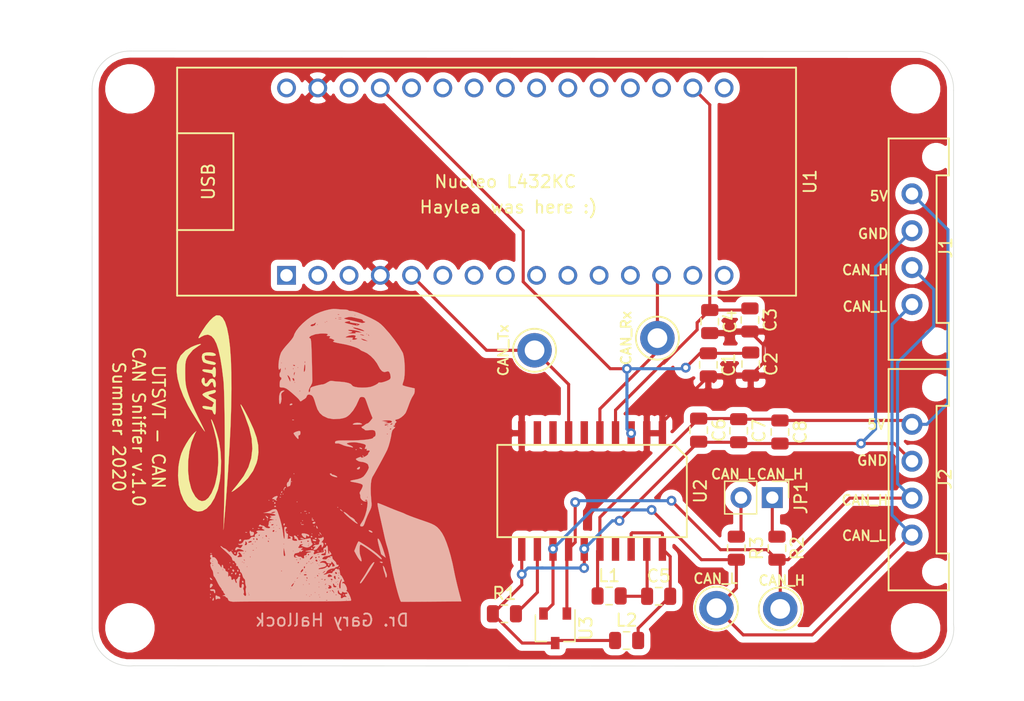
<source format=kicad_pcb>
(kicad_pcb (version 20171130) (host pcbnew "(5.1.6)-1")
  (layers (0 F.Cu signal) (31 B.Cu signal) (34 B.Paste user) (35 F.Paste user) (36 B.SilkS user) (37 F.SilkS user) (38 B.Mask user) (39 F.Mask user) (44 Edge.Cuts user))
  (net 0 "")
  (net 1 GND)
  (net 2 +5V)
  (net 3 +3V3)
  (net 4 "Net-(C5-Pad2)")
  (net 5 "Net-(C5-Pad1)")
  (net 6 "Net-(C6-Pad2)")
  (net 7 "Net-(C6-Pad1)")
  (net 8 /CAN_H)
  (net 9 /CAN_L)
  (net 10 "Net-(JP1-Pad2)")
  (net 11 "Net-(JP1-Pad1)")
  (net 12 /RSlope)
  (net 13 "Net-(U1-Pad30)")
  (net 14 "Net-(U1-Pad28)")
  (net 15 "Net-(U1-Pad26)")
  (net 16 "Net-(U1-Pad25)")
  (net 17 "Net-(U1-Pad24)")
  (net 18 "Net-(U1-Pad23)")
  (net 19 "Net-(U1-Pad22)")
  (net 20 "Net-(U1-Pad21)")
  (net 21 "Net-(U1-Pad20)")
  (net 22 "Net-(U1-Pad19)")
  (net 23 "Net-(U1-Pad18)")
  (net 24 "Net-(U1-Pad16)")
  (net 25 "Net-(U1-Pad15)")
  (net 26 "Net-(U1-Pad14)")
  (net 27 /CAN_Rx)
  (net 28 "Net-(U1-Pad12)")
  (net 29 "Net-(U1-Pad11)")
  (net 30 "Net-(U1-Pad10)")
  (net 31 "Net-(U1-Pad9)")
  (net 32 "Net-(U1-Pad8)")
  (net 33 "Net-(U1-Pad7)")
  (net 34 "Net-(U1-Pad6)")
  (net 35 /CAN_Tx)
  (net 36 "Net-(U1-Pad3)")
  (net 37 "Net-(U1-Pad2)")
  (net 38 "Net-(U1-Pad1)")
  (net 39 "Net-(U2-Pad17)")
  (net 40 "Net-(U2-Pad9)")
  (net 41 "Net-(U2-Pad8)")
  (net 42 "Net-(U2-Pad6)")
  (module TestPoint:TestPoint_Keystone_5005-5009_Compact (layer F.Cu) (at 135.7249 87.376)
    (fp_text reference TP1 hide)
    (fp_text value TestPoint)
    (pad 1 thru_hole circle (at 0 0) (size 2.8 2.8) (drill 1.6) (layers *.Cu *.Mask) (net 35 /CAN_Tx))
  )
  (module UTSVT_Special:Hallock_Image_Small (layer B.Cu) (at 120.396 95.6056 180)
    (fp_text reference G*** hide)
    (fp_text value LOGO hide)
  )
  (module UTSVT_Special:UTSVT_Logo_Symbol (layer F.Cu) (at 109.8296 92.964 270)
    (fp_text reference G*** hide)
    (fp_text value LOGO hide)
  )
  (module MountingHole:MountingHole_3mm (layer F.Cu) (at 166.6875 109.9439)
    (fp_text reference H4 hide)
    (fp_text value MountingHole)
    (pad 1 np_thru_hole circle (at 0 0) (size 3 3) (drill 3) (layers *.Cu *.Mask))
  )
  (module MountingHole:MountingHole_3mm (layer F.Cu) (at 102.8439 109.9439)
    (fp_text reference H3 hide)
    (fp_text value MountingHole)
    (pad 1 np_thru_hole circle (at 0 0) (size 3 3) (drill 3) (layers *.Cu *.Mask))
  )
  (module MountingHole:MountingHole_3mm (layer F.Cu) (at 166.6875 66.1155)
    (fp_text reference H2 hide)
    (fp_text value MountingHole)
    (pad 1 np_thru_hole circle (at 0 0) (size 3 3) (drill 3) (layers *.Cu *.Mask))
  )
  (module MountingHole:MountingHole_3mm (layer F.Cu) (at 102.8439 66.1155)
    (fp_text reference H1 hide)
    (fp_text value MountingHole)
    (pad 1 np_thru_hole circle (at 0 0) (size 3 3) (drill 3) (layers *.Cu *.Mask))
  )
  (module Capacitor_SMD:C_0805_2012Metric (layer F.Cu) (at 152.3111 93.9165 270)
    (fp_text reference C7 (at 0 -1.65 90) (layer F.SilkS))
    (fp_text value "0.1 uF")
    (pad 2 smd roundrect (at 0.9375 0 270) (size 0.975 1.4) (layers F.Cu F.Paste F.Mask) (net 6 "Net-(C6-Pad2)"))
    (pad 1 smd roundrect (at -0.9375 0 270) (size 0.975 1.4) (layers F.Cu F.Paste F.Mask) (net 7 "Net-(C6-Pad1)"))
  )
  (module TestPoint:TestPoint_Keystone_5005-5009_Compact (layer F.Cu) (at 150.5077 108.3437 270)
    (fp_text reference TP4 hide)
    (fp_text value TestPoint)
    (pad 1 thru_hole circle (at 0 0 270) (size 2.8 2.8) (drill 1.6) (layers *.Cu *.Mask) (net 9 /CAN_L))
  )
  (module TestPoint:TestPoint_Keystone_5005-5009_Compact (layer F.Cu) (at 155.6893 108.4072 270)
    (fp_text reference TP3 hide)
    (fp_text value TestPoint)
    (pad 1 thru_hole circle (at 0 0 270) (size 2.8 2.8) (drill 1.6) (layers *.Cu *.Mask) (net 8 /CAN_H))
  )
  (module TestPoint:TestPoint_Keystone_5005-5009_Compact (layer F.Cu) (at 145.7071 86.3854)
    (fp_text reference TP2 hide)
    (fp_text value TestPoint)
    (pad 1 thru_hole circle (at 0 0) (size 2.8 2.8) (drill 1.6) (layers *.Cu *.Mask) (net 27 /CAN_Rx))
  )
  (module UTSVT_Connectors:Molex_MicroFit3.0_1x4xP3.00mm_PolarizingPeg_Vertical (layer F.Cu) (at 166.3954 93.3958 270)
    (fp_text reference J2 (at 4.445 -2.6924 90) (layer F.SilkS))
    (fp_text value Conn_01x04)
    (pad "" np_thru_hole circle (at -3 -1.96 270) (size 1.27 1.27) (drill 1.27) (layers *.Cu *.Mask))
    (pad 3 thru_hole circle (at 6 0 270) (size 1.7 1.7) (drill 1.02) (layers *.Cu *.Mask) (net 8 /CAN_H))
    (pad 2 thru_hole circle (at 3 0 270) (size 1.7 1.7) (drill 1.02) (layers *.Cu *.Mask) (net 6 "Net-(C6-Pad2)"))
    (pad 1 thru_hole circle (at 0 0 270) (size 1.7 1.7) (drill 1.02) (layers *.Cu *.Mask) (net 7 "Net-(C6-Pad1)"))
    (pad "" np_thru_hole circle (at 12 -1.96 270) (size 1.27 1.27) (drill 1.27) (layers *.Cu *.Mask))
    (pad 4 thru_hole circle (at 9 0 270) (size 1.7 1.7) (drill 1.02) (layers *.Cu *.Mask) (net 9 /CAN_L))
  )
  (module Package_TO_SOT_SMD:SOT-23W (layer F.Cu) (at 137.4013 109.982 270)
    (fp_text reference U3 (at 0 -2.5 90) (layer F.SilkS))
    (fp_text value CDSOT23-T24CAN-utsvt-chips)
    (pad 3 smd rect (at 1.2 0 270) (size 1 0.7) (layers F.Cu F.Paste F.Mask) (net 6 "Net-(C6-Pad2)"))
    (pad 2 smd rect (at -1.2 0.95 270) (size 1 0.7) (layers F.Cu F.Paste F.Mask) (net 9 /CAN_L))
    (pad 1 smd rect (at -1.2 -0.95 270) (size 1 0.7) (layers F.Cu F.Paste F.Mask) (net 8 /CAN_H))
  )
  (module UTSVT_ICs:SOIC-20W_7.5x15.4mm_Pitch1.27mm (layer F.Cu) (at 140.3985 98.8187 270)
    (fp_text reference U2 (at 0 -8.8 90) (layer F.SilkS))
    (fp_text value ADM3055E-utsvt-chips)
    (pad 20 smd rect (at 4.7 -5.715 270) (size 1.95 0.6) (layers F.Cu F.Paste F.Mask) (net 4 "Net-(C5-Pad2)"))
    (pad 19 smd rect (at 4.7 -4.445 270) (size 1.95 0.6) (layers F.Cu F.Paste F.Mask) (net 5 "Net-(C5-Pad1)"))
    (pad 18 smd rect (at 4.7 -3.175 270) (size 1.95 0.6) (layers F.Cu F.Paste F.Mask) (net 4 "Net-(C5-Pad2)"))
    (pad 17 smd rect (at 4.7 -1.905 270) (size 1.95 0.6) (layers F.Cu F.Paste F.Mask) (net 39 "Net-(U2-Pad17)"))
    (pad 16 smd rect (at 4.7 -0.635 270) (size 1.95 0.6) (layers F.Cu F.Paste F.Mask) (net 7 "Net-(C6-Pad1)"))
    (pad 15 smd rect (at 4.7 0.635 270) (size 1.95 0.6) (layers F.Cu F.Paste F.Mask) (net 6 "Net-(C6-Pad2)"))
    (pad 14 smd rect (at 4.7 1.905 270) (size 1.95 0.6) (layers F.Cu F.Paste F.Mask) (net 8 /CAN_H))
    (pad 13 smd rect (at 4.7 3.175 270) (size 1.95 0.6) (layers F.Cu F.Paste F.Mask) (net 9 /CAN_L))
    (pad 12 smd rect (at 4.7 4.445 270) (size 1.95 0.6) (layers F.Cu F.Paste F.Mask) (net 12 /RSlope))
    (pad 11 smd rect (at 4.7 5.715 270) (size 1.95 0.6) (layers F.Cu F.Paste F.Mask) (net 6 "Net-(C6-Pad2)"))
    (pad 10 smd rect (at -4.7 5.715 270) (size 1.95 0.6) (layers F.Cu F.Paste F.Mask) (net 1 GND))
    (pad 9 smd rect (at -4.7 4.445 270) (size 1.95 0.6) (layers F.Cu F.Paste F.Mask) (net 40 "Net-(U2-Pad9)"))
    (pad 8 smd rect (at -4.7 3.175 270) (size 1.95 0.6) (layers F.Cu F.Paste F.Mask) (net 41 "Net-(U2-Pad8)"))
    (pad 7 smd rect (at -4.7 1.905 270) (size 1.95 0.6) (layers F.Cu F.Paste F.Mask) (net 35 /CAN_Tx))
    (pad 6 smd rect (at -4.7 0.635 270) (size 1.95 0.6) (layers F.Cu F.Paste F.Mask) (net 42 "Net-(U2-Pad6)"))
    (pad 5 smd rect (at -4.7 -0.635 270) (size 1.95 0.6) (layers F.Cu F.Paste F.Mask) (net 27 /CAN_Rx))
    (pad 4 smd rect (at -4.7 -1.905 270) (size 1.95 0.6) (layers F.Cu F.Paste F.Mask) (net 3 +3V3))
    (pad 3 smd rect (at -4.7 -3.175 270) (size 1.95 0.6) (layers F.Cu F.Paste F.Mask) (net 2 +5V))
    (pad 2 smd rect (at -4.7 -4.445 270) (size 1.95 0.6) (layers F.Cu F.Paste F.Mask) (net 1 GND))
    (pad 1 smd rect (at -4.7 -5.715 270) (size 1.95 0.6) (layers F.Cu F.Paste F.Mask) (net 1 GND))
  )
  (module UTSVT_Special:NucleoL432KC (layer F.Cu) (at 133.35 73.66)
    (fp_text reference U1 (at 24.765 0 90) (layer F.SilkS))
    (fp_text value Nucleo_L432KC-MPPT-rescue)
    (fp_text user "Nucleo L432KC" (at 0 0) (layer F.SilkS))
    (fp_text user USB (at -24.13 0 90) (layer F.SilkS))
    (pad 30 thru_hole circle (at -17.78 -7.62) (size 1.524 1.524) (drill 1.02108) (layers *.Cu *.Mask) (net 13 "Net-(U1-Pad30)"))
    (pad 29 thru_hole circle (at -15.24 -7.62) (size 1.524 1.524) (drill 1.02108) (layers *.Cu *.Mask) (net 1 GND))
    (pad 28 thru_hole circle (at -12.7 -7.62) (size 1.524 1.524) (drill 1.02108) (layers *.Cu *.Mask) (net 14 "Net-(U1-Pad28)"))
    (pad 27 thru_hole circle (at -10.16 -7.62) (size 1.524 1.524) (drill 1.02108) (layers *.Cu *.Mask) (net 2 +5V))
    (pad 26 thru_hole circle (at -7.62 -7.62) (size 1.524 1.524) (drill 1.02108) (layers *.Cu *.Mask) (net 15 "Net-(U1-Pad26)"))
    (pad 25 thru_hole circle (at -5.08 -7.62) (size 1.524 1.524) (drill 1.02108) (layers *.Cu *.Mask) (net 16 "Net-(U1-Pad25)"))
    (pad 24 thru_hole circle (at -2.54 -7.62) (size 1.524 1.524) (drill 1.02108) (layers *.Cu *.Mask) (net 17 "Net-(U1-Pad24)"))
    (pad 23 thru_hole circle (at 0 -7.62) (size 1.524 1.524) (drill 1.02108) (layers *.Cu *.Mask) (net 18 "Net-(U1-Pad23)"))
    (pad 22 thru_hole circle (at 2.54 -7.62) (size 1.524 1.524) (drill 1.02108) (layers *.Cu *.Mask) (net 19 "Net-(U1-Pad22)"))
    (pad 21 thru_hole circle (at 5.08 -7.62) (size 1.524 1.524) (drill 1.02108) (layers *.Cu *.Mask) (net 20 "Net-(U1-Pad21)"))
    (pad 20 thru_hole circle (at 7.62 -7.62) (size 1.524 1.524) (drill 1.02108) (layers *.Cu *.Mask) (net 21 "Net-(U1-Pad20)"))
    (pad 19 thru_hole circle (at 10.16 -7.62) (size 1.524 1.524) (drill 1.02108) (layers *.Cu *.Mask) (net 22 "Net-(U1-Pad19)"))
    (pad 18 thru_hole circle (at 12.7 -7.62) (size 1.524 1.524) (drill 1.02108) (layers *.Cu *.Mask) (net 23 "Net-(U1-Pad18)"))
    (pad 17 thru_hole circle (at 15.24 -7.62) (size 1.524 1.524) (drill 1.02108) (layers *.Cu *.Mask) (net 3 +3V3))
    (pad 16 thru_hole circle (at 17.78 -7.62) (size 1.524 1.524) (drill 1.02108) (layers *.Cu *.Mask) (net 24 "Net-(U1-Pad16)"))
    (pad 15 thru_hole circle (at 17.78 7.62) (size 1.524 1.524) (drill 1.02108) (layers *.Cu *.Mask) (net 25 "Net-(U1-Pad15)"))
    (pad 14 thru_hole circle (at 15.24 7.62) (size 1.524 1.524) (drill 1.02108) (layers *.Cu *.Mask) (net 26 "Net-(U1-Pad14)"))
    (pad 13 thru_hole circle (at 12.7 7.62) (size 1.524 1.524) (drill 1.02108) (layers *.Cu *.Mask) (net 27 /CAN_Rx))
    (pad 12 thru_hole circle (at 10.16 7.62) (size 1.524 1.524) (drill 1.02108) (layers *.Cu *.Mask) (net 28 "Net-(U1-Pad12)"))
    (pad 11 thru_hole circle (at 7.62 7.62) (size 1.524 1.524) (drill 1.02108) (layers *.Cu *.Mask) (net 29 "Net-(U1-Pad11)"))
    (pad 10 thru_hole circle (at 5.08 7.62) (size 1.524 1.524) (drill 1.02108) (layers *.Cu *.Mask) (net 30 "Net-(U1-Pad10)"))
    (pad 9 thru_hole circle (at 2.54 7.62) (size 1.524 1.524) (drill 1.02108) (layers *.Cu *.Mask) (net 31 "Net-(U1-Pad9)"))
    (pad 8 thru_hole circle (at 0 7.62) (size 1.524 1.524) (drill 1.02108) (layers *.Cu *.Mask) (net 32 "Net-(U1-Pad8)"))
    (pad 7 thru_hole circle (at -2.54 7.62) (size 1.524 1.524) (drill 1.02108) (layers *.Cu *.Mask) (net 33 "Net-(U1-Pad7)"))
    (pad 6 thru_hole circle (at -5.08 7.62) (size 1.524 1.524) (drill 1.02108) (layers *.Cu *.Mask) (net 34 "Net-(U1-Pad6)"))
    (pad 5 thru_hole circle (at -7.62 7.62) (size 1.524 1.524) (drill 1.02108) (layers *.Cu *.Mask) (net 35 /CAN_Tx))
    (pad 4 thru_hole circle (at -10.16 7.62) (size 1.524 1.524) (drill 1.02108) (layers *.Cu *.Mask) (net 1 GND))
    (pad 3 thru_hole circle (at -12.7 7.62) (size 1.524 1.524) (drill 1.02108) (layers *.Cu *.Mask) (net 36 "Net-(U1-Pad3)"))
    (pad 2 thru_hole circle (at -15.24 7.62) (size 1.524 1.524) (drill 1.02108) (layers *.Cu *.Mask) (net 37 "Net-(U1-Pad2)"))
    (pad 1 thru_hole rect (at -17.78 7.62) (size 1.524 1.524) (drill 1.02108) (layers *.Cu *.Mask) (net 38 "Net-(U1-Pad1)"))
  )
  (module Resistor_SMD:R_0805_2012Metric (layer F.Cu) (at 152.1206 103.4669 270)
    (fp_text reference R3 (at 0 -1.65 90) (layer F.SilkS))
    (fp_text value 60)
    (pad 2 smd roundrect (at 0.9375 0 270) (size 0.975 1.4) (layers F.Cu F.Paste F.Mask) (net 9 /CAN_L))
    (pad 1 smd roundrect (at -0.9375 0 270) (size 0.975 1.4) (layers F.Cu F.Paste F.Mask) (net 10 "Net-(JP1-Pad2)"))
  )
  (module Resistor_SMD:R_0805_2012Metric (layer F.Cu) (at 155.4226 103.4669 270)
    (fp_text reference R2 (at 0 -1.65 90) (layer F.SilkS))
    (fp_text value 60)
    (pad 2 smd roundrect (at 0.9375 0 270) (size 0.975 1.4) (layers F.Cu F.Paste F.Mask) (net 8 /CAN_H))
    (pad 1 smd roundrect (at -0.9375 0 270) (size 0.975 1.4) (layers F.Cu F.Paste F.Mask) (net 11 "Net-(JP1-Pad1)"))
  )
  (module Resistor_SMD:R_0805_2012Metric (layer F.Cu) (at 133.2738 108.8009)
    (fp_text reference R1 (at 0 -1.65) (layer F.SilkS))
    (fp_text value 0)
    (pad 2 smd roundrect (at 0.9375 0) (size 0.975 1.4) (layers F.Cu F.Paste F.Mask) (net 12 /RSlope))
    (pad 1 smd roundrect (at -0.9375 0) (size 0.975 1.4) (layers F.Cu F.Paste F.Mask) (net 6 "Net-(C6-Pad2)"))
  )
  (module Inductor_SMD:L_0805_2012Metric (layer F.Cu) (at 143.2052 110.9726)
    (fp_text reference L2 (at 0 -1.65) (layer F.SilkS))
    (fp_text value "2 kH")
    (pad 2 smd roundrect (at 0.9375 0) (size 0.975 1.4) (layers F.Cu F.Paste F.Mask) (net 4 "Net-(C5-Pad2)"))
    (pad 1 smd roundrect (at -0.9375 0) (size 0.975 1.4) (layers F.Cu F.Paste F.Mask) (net 6 "Net-(C6-Pad2)"))
  )
  (module Inductor_SMD:L_0805_2012Metric (layer F.Cu) (at 141.7828 107.3531)
    (fp_text reference L1 (at 0 -1.65) (layer F.SilkS))
    (fp_text value "2 kH")
    (pad 2 smd roundrect (at 0.9375 0) (size 0.975 1.4) (layers F.Cu F.Paste F.Mask) (net 5 "Net-(C5-Pad1)"))
    (pad 1 smd roundrect (at -0.9375 0) (size 0.975 1.4) (layers F.Cu F.Paste F.Mask) (net 7 "Net-(C6-Pad1)"))
  )
  (module Connector_PinHeader_2.54mm:PinHeader_1x02_P2.54mm_Vertical (layer F.Cu) (at 155.0416 99.3521 270)
    (fp_text reference JP1 (at 0 -2.33 90) (layer F.SilkS))
    (fp_text value Jumper_NC_Small)
    (pad 2 thru_hole oval (at 0 2.54 270) (size 1.7 1.7) (drill 1) (layers *.Cu *.Mask) (net 10 "Net-(JP1-Pad2)"))
    (pad 1 thru_hole rect (at 0 0 270) (size 1.7 1.7) (drill 1) (layers *.Cu *.Mask) (net 11 "Net-(JP1-Pad1)"))
  )
  (module UTSVT_Connectors:Molex_MicroFit3.0_1x4xP3.00mm_PolarizingPeg_Vertical (layer F.Cu) (at 166.3954 74.6506 270)
    (fp_text reference J1 (at 4.3843 -2.7432 90) (layer F.SilkS))
    (fp_text value Conn_01x04)
    (pad "" np_thru_hole circle (at -3 -1.96 270) (size 1.27 1.27) (drill 1.27) (layers *.Cu *.Mask))
    (pad 3 thru_hole circle (at 6 0 270) (size 1.7 1.7) (drill 1.02) (layers *.Cu *.Mask) (net 8 /CAN_H))
    (pad 2 thru_hole circle (at 3 0 270) (size 1.7 1.7) (drill 1.02) (layers *.Cu *.Mask) (net 6 "Net-(C6-Pad2)"))
    (pad 1 thru_hole circle (at 0 0 270) (size 1.7 1.7) (drill 1.02) (layers *.Cu *.Mask) (net 7 "Net-(C6-Pad1)"))
    (pad "" np_thru_hole circle (at 12 -1.96 270) (size 1.27 1.27) (drill 1.27) (layers *.Cu *.Mask))
    (pad 4 thru_hole circle (at 9 0 270) (size 1.7 1.7) (drill 1.02) (layers *.Cu *.Mask) (net 9 /CAN_L))
  )
  (module Capacitor_SMD:C_0805_2012Metric (layer F.Cu) (at 155.6639 94.0181 270)
    (fp_text reference C8 (at 0 -1.65 90) (layer F.SilkS))
    (fp_text value "0.01 uF")
    (pad 2 smd roundrect (at 0.9375 0 270) (size 0.975 1.4) (layers F.Cu F.Paste F.Mask) (net 6 "Net-(C6-Pad2)"))
    (pad 1 smd roundrect (at -0.9375 0 270) (size 0.975 1.4) (layers F.Cu F.Paste F.Mask) (net 7 "Net-(C6-Pad1)"))
  )
  (module Capacitor_SMD:C_0805_2012Metric (layer F.Cu) (at 149.0599 93.8657 270)
    (fp_text reference C6 (at 0 -1.65 90) (layer F.SilkS))
    (fp_text value "10 uF")
    (pad 2 smd roundrect (at 0.9375 0 270) (size 0.975 1.4) (layers F.Cu F.Paste F.Mask) (net 6 "Net-(C6-Pad2)"))
    (pad 1 smd roundrect (at -0.9375 0 270) (size 0.975 1.4) (layers F.Cu F.Paste F.Mask) (net 7 "Net-(C6-Pad1)"))
  )
  (module Capacitor_SMD:C_0805_2012Metric (layer F.Cu) (at 145.8087 107.3785)
    (fp_text reference C5 (at 0 -1.65) (layer F.SilkS))
    (fp_text value "0.22 uF")
    (pad 2 smd roundrect (at 0.9375 0) (size 0.975 1.4) (layers F.Cu F.Paste F.Mask) (net 4 "Net-(C5-Pad2)"))
    (pad 1 smd roundrect (at -0.9375 0) (size 0.975 1.4) (layers F.Cu F.Paste F.Mask) (net 5 "Net-(C5-Pad1)"))
  )
  (module Capacitor_SMD:C_0805_2012Metric (layer F.Cu) (at 149.9616 85.0392 270)
    (fp_text reference C4 (at 0 -1.65 90) (layer F.SilkS))
    (fp_text value "0.01 uF")
    (pad 2 smd roundrect (at 0.9375 0 270) (size 0.975 1.4) (layers F.Cu F.Paste F.Mask) (net 1 GND))
    (pad 1 smd roundrect (at -0.9375 0 270) (size 0.975 1.4) (layers F.Cu F.Paste F.Mask) (net 3 +3V3))
  )
  (module Capacitor_SMD:C_0805_2012Metric (layer F.Cu) (at 153.2255 84.9099 270)
    (fp_text reference C3 (at 0 -1.65 90) (layer F.SilkS))
    (fp_text value "0.1 uF")
    (pad 2 smd roundrect (at 0.9375 0 270) (size 0.975 1.4) (layers F.Cu F.Paste F.Mask) (net 1 GND))
    (pad 1 smd roundrect (at -0.9375 0 270) (size 0.975 1.4) (layers F.Cu F.Paste F.Mask) (net 3 +3V3))
  )
  (module Capacitor_SMD:C_0805_2012Metric (layer F.Cu) (at 153.289 88.4936 270)
    (fp_text reference C2 (at 0 -1.65 90) (layer F.SilkS))
    (fp_text value "0.1 uF")
    (pad 2 smd roundrect (at 0.9375 0 270) (size 0.975 1.4) (layers F.Cu F.Paste F.Mask) (net 1 GND))
    (pad 1 smd roundrect (at -0.9375 0 270) (size 0.975 1.4) (layers F.Cu F.Paste F.Mask) (net 2 +5V))
  )
  (module Capacitor_SMD:C_0805_2012Metric (layer F.Cu) (at 149.8473 88.5571 270)
    (fp_text reference C1 (at 0 -1.65 90) (layer F.SilkS))
    (fp_text value "10 uF")
    (pad 2 smd roundrect (at 0.9375 0 270) (size 0.975 1.4) (layers F.Cu F.Paste F.Mask) (net 1 GND))
    (pad 1 smd roundrect (at -0.9375 0 270) (size 0.975 1.4) (layers F.Cu F.Paste F.Mask) (net 2 +5V))
  )
  (gr_arc (start 166.6875 66.1289) (end 169.7736 66.2432) (angle -84.5576005) (layer Edge.Cuts) (width 0.05))
  (gr_arc (start 102.8446 66.1162) (end 102.9462 63.0428) (angle -91.89338585) (layer Edge.Cuts) (width 0.05))
  (gr_arc (start 102.8319 109.982) (end 99.7712 109.982) (angle -95.4741282) (layer Edge.Cuts) (width 0.05))
  (gr_arc (start 166.724 109.9947) (end 166.497 113.0554) (angle -100.6570824) (layer Edge.Cuts) (width 0.05))
  (gr_text GND (at 163.1696 96.3422) (layer F.SilkS) (effects (font (size 0.8 0.8))))
  (gr_text "Haylea was here :)" (at 133.604 75.7301) (layer F.SilkS) (effects (font (size 1 1))))
  (gr_text "Dr. Gary Hallock" (at 119.2657 109.3216) (layer B.SilkS) (effects (font (size 1 1)) (justify mirror)))
  (gr_text "UTSVT - CAN\nCAN Sniffer v.1.0\nSummer 2020" (at 103.5431 93.599 270) (layer F.SilkS) (effects (font (size 1 1))))
  (gr_line (start 99.7712 109.982) (end 99.769521 66.1162) (layer Edge.Cuts) (width 0.05))
  (gr_text CAN_L (at 150.4315 105.9434) (layer F.SilkS) (effects (font (size 0.8 0.8))))
  (gr_line (start 166.497 113.0554) (end 103.124 113.03) (layer Edge.Cuts) (width 0.05))
  (gr_line (start 169.7736 66.2432) (end 169.773887 109.651768) (layer Edge.Cuts) (width 0.05))
  (gr_line (start 102.9462 63.0428) (end 167.0939 63.0682) (layer Edge.Cuts) (width 0.05))
  (gr_text 5V (at 163.4998 93.4085) (layer F.SilkS) (effects (font (size 0.8 0.8))))
  (gr_text CAN_H (at 162.5727 99.568) (layer F.SilkS) (effects (font (size 0.8 0.8))))
  (gr_text CAN_L (at 162.5092 102.4509) (layer F.SilkS) (effects (font (size 0.8 0.8))))
  (gr_text 5V (at 163.703 74.8411) (layer F.SilkS) (effects (font (size 0.8 0.8))))
  (gr_text GND (at 163.2331 77.9018) (layer F.SilkS) (effects (font (size 0.8 0.8))))
  (gr_text CAN_H (at 162.6108 80.8482) (layer F.SilkS) (effects (font (size 0.8 0.8))))
  (gr_text CAN_L (at 162.56 83.82) (layer F.SilkS) (effects (font (size 0.8 0.8))))
  (gr_text CAN_L (at 151.8666 97.4471) (layer F.SilkS) (effects (font (size 0.8 0.8))))
  (gr_text CAN_H (at 155.6766 97.4471) (layer F.SilkS) (effects (font (size 0.8 0.8))))
  (gr_text CAN_H (at 155.8163 106.0958) (layer F.SilkS) (effects (font (size 0.8 0.8))))
  (gr_text CAN_Rx (at 143.1671 86.3854 90) (layer F.SilkS) (effects (font (size 0.8 0.8))))
  (gr_text "CAN_Tx\n" (at 133.1849 87.376 90) (layer F.SilkS) (effects (font (size 0.8 0.8))))
  (segment (start 150.2791 89.9264) (end 149.8473 89.4946) (width 0.25) (layer F.Cu) (net 1))
  (segment (start 153.2255 89.4946) (end 153.289 89.4311) (width 0.25) (layer F.Cu) (net 1))
  (segment (start 149.8473 89.4946) (end 153.2255 89.4946) (width 0.25) (layer F.Cu) (net 1))
  (segment (start 153.0962 85.9767) (end 153.2255 85.8474) (width 0.25) (layer F.Cu) (net 1))
  (segment (start 149.9616 85.9767) (end 153.0962 85.9767) (width 0.25) (layer F.Cu) (net 1))
  (segment (start 154.31401 86.93591) (end 153.2255 85.8474) (width 0.25) (layer F.Cu) (net 1))
  (segment (start 154.31401 88.40609) (end 154.31401 86.93591) (width 0.25) (layer F.Cu) (net 1))
  (segment (start 153.289 89.4311) (end 154.31401 88.40609) (width 0.25) (layer F.Cu) (net 1))
  (segment (start 144.8435 94.1187) (end 146.1135 94.1187) (width 0.25) (layer F.Cu) (net 1))
  (segment (start 146.1135 93.2284) (end 149.8473 89.4946) (width 0.25) (layer F.Cu) (net 1))
  (segment (start 146.1135 94.1187) (end 146.1135 93.2284) (width 0.25) (layer F.Cu) (net 1))
  (segment (start 153.2255 87.6196) (end 153.289 87.5561) (width 0.25) (layer F.Cu) (net 2))
  (segment (start 149.8473 87.6196) (end 153.2255 87.6196) (width 0.25) (layer F.Cu) (net 2))
  (segment (start 141.875838 88.8746) (end 143.2306 88.8746) (width 0.25) (layer F.Cu) (net 2))
  (segment (start 134.802999 81.801761) (end 141.875838 88.8746) (width 0.25) (layer F.Cu) (net 2))
  (via (at 143.2306 88.8746) (size 0.8) (drill 0.4) (layers F.Cu B.Cu) (net 2))
  (segment (start 123.19 66.04) (end 134.802999 77.652999) (width 0.25) (layer F.Cu) (net 2))
  (segment (start 134.802999 77.652999) (end 134.802999 81.801761) (width 0.25) (layer F.Cu) (net 2))
  (segment (start 147.9192 88.8746) (end 148.00695 88.78685) (width 0.25) (layer B.Cu) (net 2))
  (segment (start 143.2306 88.8746) (end 147.9192 88.8746) (width 0.25) (layer B.Cu) (net 2))
  (via (at 148.00695 88.78685) (size 0.8) (drill 0.4) (layers F.Cu B.Cu) (net 2))
  (segment (start 149.1742 87.6196) (end 148.00695 88.78685) (width 0.25) (layer F.Cu) (net 2))
  (segment (start 149.8473 87.6196) (end 149.1742 87.6196) (width 0.25) (layer F.Cu) (net 2))
  (via (at 143.5735 94.1187) (size 0.8) (drill 0.4) (layers F.Cu B.Cu) (net 2))
  (segment (start 143.2306 88.8746) (end 143.2306 93.7758) (width 0.25) (layer B.Cu) (net 2))
  (segment (start 143.2306 93.7758) (end 143.5735 94.1187) (width 0.25) (layer B.Cu) (net 2))
  (segment (start 153.0962 84.1017) (end 153.2255 83.9724) (width 0.25) (layer F.Cu) (net 3))
  (segment (start 149.9616 84.1017) (end 153.0962 84.1017) (width 0.25) (layer F.Cu) (net 3))
  (segment (start 149.7076 67.1576) (end 148.59 66.04) (width 0.25) (layer F.Cu) (net 3))
  (segment (start 149.9616 84.1017) (end 149.9616 67.4116) (width 0.25) (layer F.Cu) (net 3))
  (segment (start 149.9616 67.4116) (end 149.7076 67.1576) (width 0.25) (layer F.Cu) (net 3))
  (segment (start 149.9616 84.1017) (end 148.93659 85.12671) (width 0.25) (layer F.Cu) (net 3))
  (segment (start 148.93659 85.12671) (end 148.93659 85.708912) (width 0.25) (layer F.Cu) (net 3))
  (segment (start 142.3035 94.1187) (end 142.3035 92.2401) (width 0.25) (layer F.Cu) (net 3))
  (segment (start 146.354649 88.188951) (end 146.456551 88.188951) (width 0.25) (layer F.Cu) (net 3))
  (segment (start 142.3035 92.2401) (end 146.354649 88.188951) (width 0.25) (layer F.Cu) (net 3))
  (segment (start 148.93659 85.708912) (end 146.456551 88.188951) (width 0.25) (layer F.Cu) (net 3))
  (segment (start 146.456551 88.188951) (end 146.2151 88.430402) (width 0.25) (layer F.Cu) (net 3))
  (segment (start 144.1427 109.982) (end 146.7462 107.3785) (width 0.25) (layer F.Cu) (net 4))
  (segment (start 144.1427 110.9726) (end 144.1427 109.982) (width 0.25) (layer F.Cu) (net 4))
  (segment (start 146.7462 104.1514) (end 146.1135 103.5187) (width 0.25) (layer F.Cu) (net 4))
  (segment (start 146.7462 107.3785) (end 146.7462 104.1514) (width 0.25) (layer F.Cu) (net 4))
  (segment (start 146.1135 102.2937) (end 146.1135 103.5187) (width 0.25) (layer F.Cu) (net 4))
  (segment (start 146.038499 102.218699) (end 146.1135 102.2937) (width 0.25) (layer F.Cu) (net 4))
  (segment (start 143.648501 102.218699) (end 146.038499 102.218699) (width 0.25) (layer F.Cu) (net 4))
  (segment (start 143.5735 102.2937) (end 143.648501 102.218699) (width 0.25) (layer F.Cu) (net 4))
  (segment (start 143.5735 103.5187) (end 143.5735 102.2937) (width 0.25) (layer F.Cu) (net 4))
  (segment (start 144.8712 103.5464) (end 144.8435 103.5187) (width 0.25) (layer F.Cu) (net 5))
  (segment (start 144.8712 107.3785) (end 144.8712 103.5464) (width 0.25) (layer F.Cu) (net 5))
  (segment (start 142.7457 107.3785) (end 142.7203 107.3531) (width 0.25) (layer F.Cu) (net 5))
  (segment (start 144.8712 107.3785) (end 142.7457 107.3785) (width 0.25) (layer F.Cu) (net 5))
  (segment (start 152.4127 94.9556) (end 152.3111 94.854) (width 0.25) (layer F.Cu) (net 6))
  (segment (start 155.6639 94.9556) (end 152.4127 94.9556) (width 0.25) (layer F.Cu) (net 6))
  (segment (start 149.1107 94.854) (end 149.0599 94.8032) (width 0.25) (layer F.Cu) (net 6))
  (segment (start 152.3111 94.854) (end 149.1107 94.854) (width 0.25) (layer F.Cu) (net 6))
  (segment (start 149.0599 94.8032) (end 142.621 101.2421) (width 0.25) (layer F.Cu) (net 6))
  (via (at 142.621 101.2421) (size 0.8) (drill 0.4) (layers F.Cu B.Cu) (net 6))
  (via (at 139.7635 103.5187) (size 0.8) (drill 0.4) (layers F.Cu B.Cu) (net 6))
  (segment (start 142.621 101.2421) (end 142.0401 101.2421) (width 0.25) (layer B.Cu) (net 6))
  (segment (start 142.0401 101.2421) (end 139.7635 103.5187) (width 0.25) (layer B.Cu) (net 6))
  (segment (start 134.6835 106.4537) (end 132.3363 108.8009) (width 0.25) (layer F.Cu) (net 6))
  (segment (start 142.0583 111.182) (end 142.2677 110.9726) (width 0.25) (layer F.Cu) (net 6))
  (via (at 139.7508 105.0798) (size 0.8) (drill 0.4) (layers F.Cu B.Cu) (net 6))
  (segment (start 139.7635 103.5187) (end 139.7635 105.0671) (width 0.25) (layer F.Cu) (net 6))
  (segment (start 139.7635 105.0671) (end 139.7508 105.0798) (width 0.25) (layer F.Cu) (net 6))
  (segment (start 136.398 105.0798) (end 135.1915 105.0798) (width 0.25) (layer B.Cu) (net 6))
  (via (at 134.6835 105.5878) (size 0.8) (drill 0.4) (layers F.Cu B.Cu) (net 6))
  (segment (start 139.7508 105.0798) (end 136.398 105.0798) (width 0.25) (layer B.Cu) (net 6))
  (segment (start 135.1915 105.0798) (end 134.6835 105.5878) (width 0.25) (layer B.Cu) (net 6))
  (segment (start 136.398 105.0798) (end 136.2446 105.0798) (width 0.25) (layer B.Cu) (net 6))
  (segment (start 134.6835 103.5187) (end 134.6835 105.5878) (width 0.25) (layer F.Cu) (net 6))
  (segment (start 134.6835 105.5878) (end 134.6835 106.4537) (width 0.25) (layer F.Cu) (net 6))
  (segment (start 164.9552 94.9556) (end 166.3954 96.3958) (width 0.25) (layer F.Cu) (net 6))
  (segment (start 137.6107 110.9726) (end 137.4013 111.182) (width 0.25) (layer F.Cu) (net 6))
  (segment (start 142.2677 110.9726) (end 137.6107 110.9726) (width 0.25) (layer F.Cu) (net 6))
  (segment (start 134.7174 111.182) (end 134.4116 110.8762) (width 0.25) (layer F.Cu) (net 6))
  (segment (start 137.4013 111.182) (end 134.7174 111.182) (width 0.25) (layer F.Cu) (net 6))
  (segment (start 132.3363 108.8009) (end 134.4116 110.8762) (width 0.25) (layer F.Cu) (net 6))
  (segment (start 166.3954 77.6506) (end 163.4363 80.6097) (width 0.25) (layer B.Cu) (net 6))
  (segment (start 163.4363 93.7722) (end 162.2529 94.9556) (width 0.25) (layer B.Cu) (net 6))
  (segment (start 163.4363 80.6097) (end 163.4363 93.7722) (width 0.25) (layer B.Cu) (net 6))
  (segment (start 155.6639 94.9556) (end 162.2529 94.9556) (width 0.25) (layer F.Cu) (net 6))
  (via (at 162.2529 94.9556) (size 0.8) (drill 0.4) (layers F.Cu B.Cu) (net 6))
  (segment (start 162.2529 94.9556) (end 164.9552 94.9556) (width 0.25) (layer F.Cu) (net 6))
  (segment (start 141.0335 100.9546) (end 141.0335 103.5187) (width 0.25) (layer F.Cu) (net 7))
  (segment (start 149.0599 92.9282) (end 141.0335 100.9546) (width 0.25) (layer F.Cu) (net 7))
  (segment (start 140.8453 103.7069) (end 141.0335 103.5187) (width 0.25) (layer F.Cu) (net 7))
  (segment (start 140.8453 107.3531) (end 140.8453 103.7069) (width 0.25) (layer F.Cu) (net 7))
  (segment (start 152.2603 92.9282) (end 152.3111 92.979) (width 0.25) (layer F.Cu) (net 7))
  (segment (start 149.0599 92.9282) (end 152.2603 92.9282) (width 0.25) (layer F.Cu) (net 7))
  (segment (start 155.5623 92.979) (end 155.6639 93.0806) (width 0.25) (layer F.Cu) (net 7))
  (segment (start 152.3111 92.979) (end 155.5623 92.979) (width 0.25) (layer F.Cu) (net 7))
  (segment (start 166.0802 93.0806) (end 166.3954 93.3958) (width 0.25) (layer F.Cu) (net 7))
  (segment (start 155.6639 93.0806) (end 166.0802 93.0806) (width 0.25) (layer F.Cu) (net 7))
  (segment (start 169.315401 77.570601) (end 166.3954 74.6506) (width 0.25) (layer B.Cu) (net 7))
  (segment (start 169.315401 91.67788) (end 169.315401 77.570601) (width 0.25) (layer B.Cu) (net 7))
  (segment (start 167.597481 93.3958) (end 169.315401 91.67788) (width 0.25) (layer B.Cu) (net 7))
  (segment (start 166.3954 93.3958) (end 167.597481 93.3958) (width 0.25) (layer B.Cu) (net 7))
  (segment (start 138.3513 103.6609) (end 138.4935 103.5187) (width 0.25) (layer F.Cu) (net 8))
  (segment (start 138.3513 108.782) (end 138.3513 103.6609) (width 0.25) (layer F.Cu) (net 8))
  (segment (start 154.61009 103.59189) (end 150.83589 103.59189) (width 0.25) (layer F.Cu) (net 8))
  (segment (start 155.4226 104.4044) (end 154.61009 103.59189) (width 0.25) (layer F.Cu) (net 8))
  (segment (start 150.83589 103.59189) (end 146.8501 99.6061) (width 0.25) (layer F.Cu) (net 8))
  (via (at 146.8501 99.6061) (size 0.8) (drill 0.4) (layers F.Cu B.Cu) (net 8))
  (via (at 139.0269 99.7331) (size 0.8) (drill 0.4) (layers F.Cu B.Cu) (net 8))
  (segment (start 146.8501 99.6061) (end 139.1539 99.6061) (width 0.25) (layer B.Cu) (net 8))
  (segment (start 139.1539 99.6061) (end 139.0269 99.7331) (width 0.25) (layer B.Cu) (net 8))
  (segment (start 139.0269 102.9853) (end 138.4935 103.5187) (width 0.25) (layer F.Cu) (net 8))
  (segment (start 139.0269 99.7331) (end 139.0269 102.9853) (width 0.25) (layer F.Cu) (net 8))
  (segment (start 155.6893 104.6711) (end 155.4226 104.4044) (width 0.25) (layer F.Cu) (net 8))
  (segment (start 155.6893 108.4072) (end 155.6893 104.6711) (width 0.25) (layer F.Cu) (net 8))
  (segment (start 155.4226 104.4044) (end 156.3266 104.4044) (width 0.25) (layer F.Cu) (net 8))
  (segment (start 161.3352 99.3958) (end 156.3266 104.4044) (width 0.25) (layer F.Cu) (net 8))
  (segment (start 166.3954 99.3958) (end 161.3352 99.3958) (width 0.25) (layer F.Cu) (net 8))
  (segment (start 166.3954 80.6506) (end 168.1607 82.4159) (width 0.25) (layer B.Cu) (net 8))
  (segment (start 165.220399 98.220799) (end 166.3954 99.3958) (width 0.25) (layer B.Cu) (net 8))
  (segment (start 165.220399 88.364799) (end 165.220399 98.220799) (width 0.25) (layer B.Cu) (net 8))
  (segment (start 168.1607 85.424498) (end 165.220399 88.364799) (width 0.25) (layer B.Cu) (net 8))
  (segment (start 168.1607 82.4159) (end 168.1607 85.424498) (width 0.25) (layer B.Cu) (net 8))
  (segment (start 152.1206 106.7308) (end 150.5077 108.3437) (width 0.25) (layer F.Cu) (net 9))
  (segment (start 152.1206 104.4044) (end 152.1206 106.7308) (width 0.25) (layer F.Cu) (net 9))
  (segment (start 152.1206 104.4044) (end 149.2862 104.4044) (width 0.25) (layer F.Cu) (net 9))
  (via (at 145.2372 100.3554) (size 0.8) (drill 0.4) (layers F.Cu B.Cu) (net 9))
  (segment (start 149.2862 104.4044) (end 145.2372 100.3554) (width 0.25) (layer F.Cu) (net 9))
  (segment (start 145.2372 100.3554) (end 140.3868 100.3554) (width 0.25) (layer B.Cu) (net 9))
  (via (at 137.2235 103.5187) (size 0.8) (drill 0.4) (layers F.Cu B.Cu) (net 9))
  (segment (start 140.3868 100.3554) (end 137.2235 103.5187) (width 0.25) (layer B.Cu) (net 9))
  (segment (start 137.2235 108.0098) (end 137.2235 103.5187) (width 0.25) (layer F.Cu) (net 9))
  (segment (start 136.4513 108.782) (end 137.2235 108.0098) (width 0.25) (layer F.Cu) (net 9))
  (segment (start 166.3954 102.3958) (end 158.2758 110.5154) (width 0.25) (layer F.Cu) (net 9))
  (segment (start 152.6794 110.5154) (end 150.5077 108.3437) (width 0.25) (layer F.Cu) (net 9))
  (segment (start 158.2758 110.5154) (end 152.6794 110.5154) (width 0.25) (layer F.Cu) (net 9))
  (segment (start 164.770389 100.770789) (end 166.3954 102.3958) (width 0.25) (layer B.Cu) (net 9))
  (segment (start 164.770389 85.275611) (end 164.770389 100.770789) (width 0.25) (layer B.Cu) (net 9))
  (segment (start 166.3954 83.6506) (end 164.770389 85.275611) (width 0.25) (layer B.Cu) (net 9))
  (segment (start 152.5016 102.1484) (end 152.1206 102.5294) (width 0.25) (layer F.Cu) (net 10))
  (segment (start 152.5016 99.3521) (end 152.5016 102.1484) (width 0.25) (layer F.Cu) (net 10))
  (segment (start 155.0416 102.1484) (end 155.4226 102.5294) (width 0.25) (layer F.Cu) (net 11))
  (segment (start 155.0416 99.3521) (end 155.0416 102.1484) (width 0.25) (layer F.Cu) (net 11))
  (segment (start 135.9535 107.0587) (end 134.2113 108.8009) (width 0.25) (layer F.Cu) (net 12))
  (segment (start 135.9535 103.5187) (end 135.9535 107.0587) (width 0.25) (layer F.Cu) (net 12))
  (segment (start 144.9451 87.1474) (end 145.7071 86.3854) (width 0.25) (layer F.Cu) (net 27))
  (segment (start 145.7071 81.6229) (end 146.05 81.28) (width 0.25) (layer F.Cu) (net 27))
  (segment (start 145.7071 86.3854) (end 145.7071 81.6229) (width 0.25) (layer F.Cu) (net 27))
  (segment (start 145.7071 87.471102) (end 145.7071 86.3854) (width 0.25) (layer F.Cu) (net 27))
  (segment (start 141.0335 92.144702) (end 145.7071 87.471102) (width 0.25) (layer F.Cu) (net 27))
  (segment (start 141.0335 94.1187) (end 141.0335 92.144702) (width 0.25) (layer F.Cu) (net 27))
  (segment (start 131.826 87.376) (end 125.73 81.28) (width 0.25) (layer F.Cu) (net 35))
  (segment (start 135.7249 87.376) (end 131.826 87.376) (width 0.25) (layer F.Cu) (net 35))
  (segment (start 138.4935 90.1446) (end 135.7249 87.376) (width 0.25) (layer F.Cu) (net 35))
  (segment (start 138.4935 94.1187) (end 138.4935 90.1446) (width 0.25) (layer F.Cu) (net 35))
  (zone (net 1) (net_name GND) (layer F.Cu) (connect_pads (clearance 0.508)) (min_thickness 0.254) (fill yes (arc_segments 32) (thermal_gap 0.508) (thermal_bridge_width 0.508))
    (polygon (pts (xy 175.010714 115.56969) (xy 92.422614 115.887536) (xy 92.286186 59.220065) (xy 175.509286 58.889817)))
  )
)
</source>
